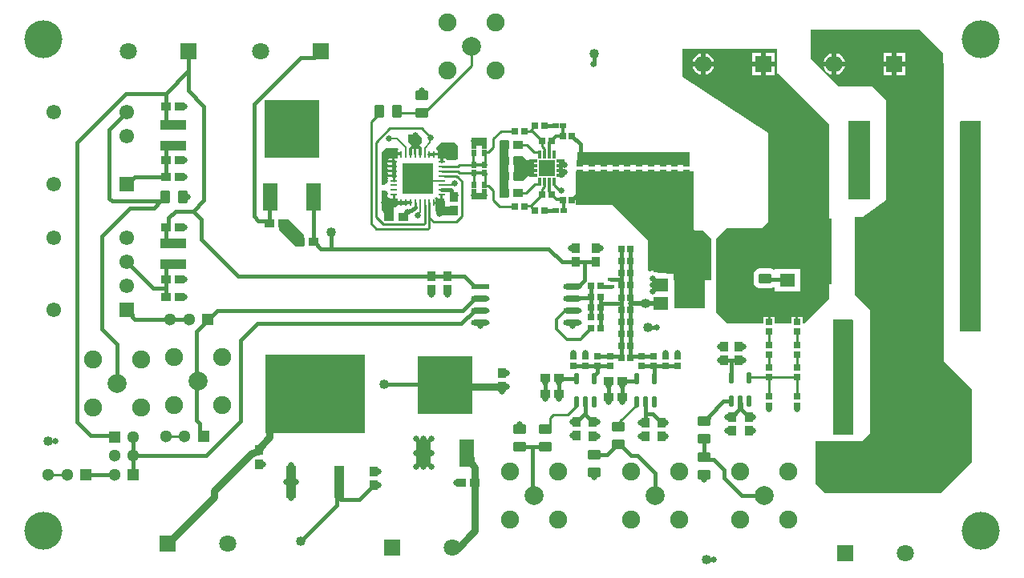
<source format=gbr>
%TF.GenerationSoftware,Altium Limited,Altium Designer,22.0.2 (36)*%
G04 Layer_Physical_Order=1*
G04 Layer_Color=255*
%FSLAX45Y45*%
%MOMM*%
%TF.SameCoordinates,A85A4143-1F01-4578-B965-72C63468A48A*%
%TF.FilePolarity,Positive*%
%TF.FileFunction,Copper,L1,Top,Signal*%
%TF.Part,Single*%
G01*
G75*
%TA.AperFunction,SMDPad,CuDef*%
%ADD10R,1.01600X3.50520*%
%ADD11R,10.49000X8.38000*%
%ADD12R,0.95822X1.00650*%
%ADD13R,1.00650X0.95822*%
%ADD14R,0.57247X0.66535*%
%ADD15R,1.80315X3.60415*%
%ADD16O,0.80000X0.20000*%
%ADD17R,1.60000X3.00000*%
%ADD18R,5.80000X6.20000*%
G04:AMPARAMS|DCode=19|XSize=0.86mm|YSize=0.26mm|CornerRadius=0.0325mm|HoleSize=0mm|Usage=FLASHONLY|Rotation=270.000|XOffset=0mm|YOffset=0mm|HoleType=Round|Shape=RoundedRectangle|*
%AMROUNDEDRECTD19*
21,1,0.86000,0.19500,0,0,270.0*
21,1,0.79500,0.26000,0,0,270.0*
1,1,0.06500,-0.09750,-0.39750*
1,1,0.06500,-0.09750,0.39750*
1,1,0.06500,0.09750,0.39750*
1,1,0.06500,0.09750,-0.39750*
%
%ADD19ROUNDEDRECTD19*%
%ADD20R,0.65000X0.65000*%
G04:AMPARAMS|DCode=21|XSize=0.86mm|YSize=0.26mm|CornerRadius=0.0325mm|HoleSize=0mm|Usage=FLASHONLY|Rotation=0.000|XOffset=0mm|YOffset=0mm|HoleType=Round|Shape=RoundedRectangle|*
%AMROUNDEDRECTD21*
21,1,0.86000,0.19500,0,0,0.0*
21,1,0.79500,0.26000,0,0,0.0*
1,1,0.06500,0.39750,-0.09750*
1,1,0.06500,-0.39750,-0.09750*
1,1,0.06500,-0.39750,0.09750*
1,1,0.06500,0.39750,0.09750*
%
%ADD21ROUNDEDRECTD21*%
%ADD22O,0.20000X0.80000*%
%ADD23R,1.65000X1.35000*%
%ADD24R,3.20000X7.00000*%
G04:AMPARAMS|DCode=25|XSize=1mm|YSize=1.42mm|CornerRadius=0.125mm|HoleSize=0mm|Usage=FLASHONLY|Rotation=90.000|XOffset=0mm|YOffset=0mm|HoleType=Round|Shape=RoundedRectangle|*
%AMROUNDEDRECTD25*
21,1,1.00000,1.17000,0,0,90.0*
21,1,0.75000,1.42000,0,0,90.0*
1,1,0.25000,0.58500,0.37500*
1,1,0.25000,0.58500,-0.37500*
1,1,0.25000,-0.58500,-0.37500*
1,1,0.25000,-0.58500,0.37500*
%
%ADD25ROUNDEDRECTD25*%
%ADD26R,0.65000X0.65000*%
G04:AMPARAMS|DCode=27|XSize=1.21mm|YSize=0.59mm|CornerRadius=0.1475mm|HoleSize=0mm|Usage=FLASHONLY|Rotation=90.000|XOffset=0mm|YOffset=0mm|HoleType=Round|Shape=RoundedRectangle|*
%AMROUNDEDRECTD27*
21,1,1.21000,0.29500,0,0,90.0*
21,1,0.91500,0.59000,0,0,90.0*
1,1,0.29500,0.14750,0.45750*
1,1,0.29500,0.14750,-0.45750*
1,1,0.29500,-0.14750,-0.45750*
1,1,0.29500,-0.14750,0.45750*
%
%ADD27ROUNDEDRECTD27*%
%ADD28R,2.70000X1.00000*%
G04:AMPARAMS|DCode=29|XSize=1mm|YSize=1.42mm|CornerRadius=0.125mm|HoleSize=0mm|Usage=FLASHONLY|Rotation=0.000|XOffset=0mm|YOffset=0mm|HoleType=Round|Shape=RoundedRectangle|*
%AMROUNDEDRECTD29*
21,1,1.00000,1.17000,0,0,0.0*
21,1,0.75000,1.42000,0,0,0.0*
1,1,0.25000,0.37500,-0.58500*
1,1,0.25000,-0.37500,-0.58500*
1,1,0.25000,-0.37500,0.58500*
1,1,0.25000,0.37500,0.58500*
%
%ADD29ROUNDEDRECTD29*%
%ADD30R,3.30000X3.30000*%
%ADD31R,1.68000X1.68000*%
%ADD32R,0.66535X0.57247*%
%ADD33C,1.01600*%
%ADD34R,1.95506X0.62213*%
G04:AMPARAMS|DCode=35|XSize=1.95506mm|YSize=0.62213mm|CornerRadius=0.31107mm|HoleSize=0mm|Usage=FLASHONLY|Rotation=0.000|XOffset=0mm|YOffset=0mm|HoleType=Round|Shape=RoundedRectangle|*
%AMROUNDEDRECTD35*
21,1,1.95506,0.00000,0,0,0.0*
21,1,1.33293,0.62213,0,0,0.0*
1,1,0.62213,0.66646,0.00000*
1,1,0.62213,-0.66646,0.00000*
1,1,0.62213,-0.66646,0.00000*
1,1,0.62213,0.66646,0.00000*
%
%ADD35ROUNDEDRECTD35*%
%ADD36R,0.71120X0.39370*%
%TA.AperFunction,Conductor*%
%ADD37C,0.80000*%
%ADD38C,0.45720*%
%ADD39C,0.25400*%
%ADD40C,0.20320*%
%ADD41C,0.38100*%
%ADD42C,0.30480*%
%ADD43C,0.50800*%
%ADD44C,0.33020*%
%TA.AperFunction,ComponentPad*%
%ADD45C,0.65000*%
%ADD46C,1.90500*%
%ADD47C,2.00660*%
%ADD48R,1.30000X1.30000*%
%ADD49C,1.30000*%
%ADD50R,1.80000X1.80000*%
%ADD51C,1.80000*%
%ADD52R,1.80000X1.80000*%
%ADD53C,0.70000*%
%TA.AperFunction,ViaPad*%
%ADD54C,4.00000*%
%TA.AperFunction,ComponentPad*%
%ADD55C,1.55000*%
%ADD56R,1.55000X1.55000*%
%ADD57R,1.30000X1.30000*%
%TA.AperFunction,ViaPad*%
%ADD58C,0.65000*%
G36*
X3997056Y4163380D02*
Y4110590D01*
X3984310Y4097843D01*
X3970836Y4077679D01*
X3970051Y4073733D01*
X3966105Y4053894D01*
Y4050604D01*
X3961747Y4049737D01*
X3950561Y4042262D01*
X3939374Y4049737D01*
X3938262Y4049958D01*
Y3986391D01*
X3912862D01*
Y4049958D01*
X3911750Y4049737D01*
X3900561Y4042261D01*
X3889372Y4049737D01*
X3887716Y4050066D01*
Y4056871D01*
X3887716Y4056871D01*
X3887716Y4056872D01*
X3885834Y4066335D01*
X3882985Y4080656D01*
X3882984Y4080657D01*
Y4080658D01*
X3874834Y4092855D01*
X3869512Y4100820D01*
X3869511Y4100821D01*
X3869511Y4100822D01*
X3853478Y4116854D01*
Y4194675D01*
X3965761D01*
X3997056Y4163380D01*
D02*
G37*
G36*
X3742210Y4051317D02*
X3745936Y4046840D01*
X3749604Y4041263D01*
X3742214Y4030203D01*
X3739466Y4016391D01*
Y3956391D01*
X3740237Y3952514D01*
X3729437Y3941713D01*
X3725560Y3942484D01*
X3708260D01*
Y3906392D01*
X3695560D01*
Y3893692D01*
X3631992D01*
X3632214Y3892579D01*
X3639690Y3881390D01*
X3632214Y3870201D01*
X3631993Y3869089D01*
X3695560D01*
Y3843689D01*
X3631992D01*
X3632214Y3842576D01*
X3639688Y3831390D01*
X3632214Y3820203D01*
X3631993Y3819092D01*
X3695560D01*
Y3793692D01*
X3631992D01*
X3632214Y3792579D01*
X3639690Y3781390D01*
X3632214Y3770201D01*
X3631993Y3769089D01*
X3695560D01*
Y3743689D01*
X3631992D01*
X3632214Y3742576D01*
X3639688Y3731390D01*
X3632214Y3720204D01*
X3629466Y3706391D01*
X3629641Y3705513D01*
X3621726Y3700223D01*
X3608287Y3680112D01*
X3605046Y3663817D01*
X3575122D01*
Y4005461D01*
X3620978Y4051317D01*
X3742210Y4051317D01*
D02*
G37*
G36*
X3608287Y3582668D02*
X3621726Y3562557D01*
X3629641Y3557268D01*
X3629466Y3556389D01*
X3632214Y3542577D01*
X3640038Y3530867D01*
X3651748Y3523043D01*
X3665560Y3520296D01*
X3725560D01*
X3729437Y3521067D01*
X3740237Y3510267D01*
X3739466Y3506389D01*
Y3489089D01*
X3775560D01*
Y3463689D01*
X3739466D01*
Y3446389D01*
X3740016Y3443628D01*
X3736478Y3439318D01*
X3719856Y3422695D01*
X3695842D01*
Y3307797D01*
X3614611D01*
X3601470Y3320938D01*
Y3371895D01*
X3575122Y3398244D01*
Y3601327D01*
X3604576D01*
X3608287Y3582668D01*
D02*
G37*
G36*
X2753723Y3138371D02*
Y3012089D01*
X2659351D01*
X2486037Y3185403D01*
Y3300413D01*
X2580409D01*
X2753723Y3138371D01*
D02*
G37*
G36*
X4161749Y3523043D02*
X4175561Y3520296D01*
X4235561D01*
X4235562Y3520295D01*
Y3493817D01*
X4235721D01*
X4237267Y3492271D01*
Y3435192D01*
X4355821D01*
Y3357618D01*
X4339024Y3340820D01*
X4173478D01*
X4145908Y3368390D01*
X4140303Y3398336D01*
Y3476389D01*
X4137550Y3490229D01*
Y3506389D01*
X4134531Y3521570D01*
X4138223Y3525692D01*
X4150040Y3530867D01*
X4161749Y3523043D01*
D02*
G37*
G36*
X4685256Y3572152D02*
Y3505214D01*
X4517284D01*
Y3579992D01*
X4677416D01*
X4685256Y3572152D01*
D02*
G37*
G36*
X4371910Y4081317D02*
X4380977Y4073817D01*
Y3942578D01*
X4366931Y3928532D01*
X4354483Y3920214D01*
X4268900D01*
X4261083Y3931913D01*
X4249374Y3939737D01*
X4235561Y3942484D01*
X4175561D01*
X4171684Y3941713D01*
X4160884Y3952514D01*
X4161655Y3956391D01*
Y3973691D01*
X4125561D01*
Y3999091D01*
X4161655D01*
Y4016391D01*
X4158907Y4030203D01*
X4151083Y4041913D01*
X4150708Y4042163D01*
X4149463Y4054802D01*
X4206910Y4112249D01*
X4340978D01*
X4371910Y4081317D01*
D02*
G37*
G36*
X4685657Y4152014D02*
X4685256Y4150000D01*
Y4087346D01*
X4677416Y4079505D01*
X4517284D01*
Y4157714D01*
X4685657D01*
Y4152014D01*
D02*
G37*
G36*
X6824485Y4009148D02*
Y3870802D01*
X5635149D01*
Y4009606D01*
X6824027D01*
X6824485Y4009148D01*
D02*
G37*
G36*
X5060538Y3965410D02*
X5060538Y3965410D01*
X5100687Y3926166D01*
X5171451Y3926166D01*
X5181404Y3914264D01*
Y3756799D01*
X5180539Y3755504D01*
X5179485Y3750203D01*
X5111196D01*
X5061313Y3701679D01*
X4966942Y3701679D01*
Y3818030D01*
Y3965410D01*
X5060538Y3965410D01*
D02*
G37*
G36*
X4909863Y3988547D02*
Y3818030D01*
Y3650879D01*
Y3529177D01*
X4815491D01*
Y3650483D01*
Y3701679D01*
Y3752875D01*
Y4039347D01*
Y4123929D01*
X4826731Y4135169D01*
X4909863D01*
Y3988547D01*
D02*
G37*
G36*
X8727607Y3509289D02*
X8500000D01*
Y4335210D01*
X8727607D01*
Y3509289D01*
D02*
G37*
G36*
X6862800Y3194059D02*
X6882909Y3173950D01*
X6965050D01*
X7053605Y3085395D01*
Y2665605D01*
X7041900Y2653900D01*
X6656100D01*
X6650701Y2659299D01*
Y2723000D01*
X6587000D01*
X6580000Y2730000D01*
X6494905D01*
X6486048Y2738857D01*
X6467053Y2749824D01*
X6445867Y2755500D01*
X6423934D01*
X6402748Y2749824D01*
X6396764Y2746369D01*
X6381500Y2759641D01*
Y3073000D01*
X6004501Y3449999D01*
X5625000D01*
Y3804202D01*
X6862800D01*
Y3194059D01*
D02*
G37*
G36*
X7750000Y4850000D02*
X8300000Y4300000D01*
Y2461700D01*
X8035000Y2196700D01*
X8014201D01*
Y2266502D01*
X7969001D01*
Y2208602D01*
X7943601D01*
Y2266502D01*
X7898401D01*
Y2196700D01*
X7722101D01*
Y2266502D01*
X7676901D01*
Y2208602D01*
X7651501D01*
Y2266502D01*
X7606301D01*
Y2196700D01*
X7219700D01*
X7105400Y2311000D01*
Y3090000D01*
X7215400Y3200000D01*
X7590000D01*
X7650000Y3260000D01*
X7650000Y4210823D01*
X6750000Y4801019D01*
Y5100000D01*
X7750000D01*
Y4850000D01*
D02*
G37*
G36*
X9900000Y2112790D02*
X9677128D01*
X9673124Y4326219D01*
X9682096Y4335207D01*
X9900000D01*
Y2112790D01*
D02*
G37*
G36*
X8550156Y2228727D02*
X8550084Y1019210D01*
X8340000D01*
Y2237707D01*
X8541176D01*
X8550156Y2228727D01*
D02*
G37*
G36*
X9500000Y5050000D02*
X9505700Y4850000D01*
Y1794300D01*
X9800000Y1500000D01*
Y730000D01*
X9470000Y400000D01*
X8752419D01*
X8751277Y401208D01*
X8250133Y399866D01*
X8150000Y500000D01*
Y950000D01*
X8649999D01*
X8732500Y1032499D01*
Y2335002D01*
X8567500Y2502500D01*
Y3321936D01*
X8567544Y3321979D01*
X8650000D01*
X8900000Y3500000D01*
Y4550000D01*
X8750000Y4700000D01*
X8400000D01*
X8100000Y5000000D01*
Y5300000D01*
X9250000D01*
X9500000Y5050000D01*
D02*
G37*
%LPC*%
G36*
X3682860Y3942484D02*
X3665560D01*
X3651748Y3939737D01*
X3640038Y3931913D01*
X3632214Y3920203D01*
X3631993Y3919092D01*
X3682860D01*
Y3942484D01*
D02*
G37*
G36*
X7718776Y5054643D02*
X7628376D01*
Y4964244D01*
X7718776D01*
Y5054643D01*
D02*
G37*
G36*
X6993376Y5052015D02*
Y4964244D01*
X7081148D01*
X7075912Y4983786D01*
X7060719Y5010100D01*
X7039234Y5031586D01*
X7012919Y5046779D01*
X6993376Y5052015D01*
D02*
G37*
G36*
X6943377D02*
X6923834Y5046779D01*
X6897519Y5031586D01*
X6876034Y5010100D01*
X6860841Y4983786D01*
X6855605Y4964244D01*
X6943377D01*
Y5052015D01*
D02*
G37*
G36*
X7578377Y5054643D02*
X7487977D01*
Y4964244D01*
X7578377D01*
Y5054643D01*
D02*
G37*
G36*
X7081149Y4914244D02*
X6993376D01*
Y4826471D01*
X7012919Y4831708D01*
X7039234Y4846901D01*
X7060719Y4868386D01*
X7075912Y4894701D01*
X7081149Y4914244D01*
D02*
G37*
G36*
X6943377D02*
X6855604D01*
X6860841Y4894701D01*
X6876034Y4868386D01*
X6897519Y4846901D01*
X6923834Y4831708D01*
X6943377Y4826471D01*
Y4914244D01*
D02*
G37*
G36*
X7718776D02*
X7628376D01*
Y4823844D01*
X7718776D01*
Y4914244D01*
D02*
G37*
G36*
X7578377D02*
X7487977D01*
Y4823844D01*
X7578377D01*
Y4914244D01*
D02*
G37*
G36*
X7678500Y2776041D02*
X7561499D01*
X7536801Y2771129D01*
X7515863Y2757138D01*
X7501872Y2736200D01*
X7496960Y2711502D01*
Y2636501D01*
X7501872Y2611803D01*
X7515863Y2590865D01*
X7536801Y2576874D01*
X7561499Y2571962D01*
X7678500D01*
X7703198Y2576874D01*
X7710500Y2581753D01*
X7721700Y2575767D01*
Y2536702D01*
X7988300D01*
Y2773302D01*
X7721700D01*
Y2772237D01*
X7710500Y2766250D01*
X7703198Y2771129D01*
X7678500Y2776041D01*
D02*
G37*
G36*
X9101273Y5054643D02*
X9010872D01*
Y4964243D01*
X9101273D01*
Y5054643D01*
D02*
G37*
G36*
X8375872Y5052016D02*
Y4964243D01*
X8463645D01*
X8458409Y4983786D01*
X8443216Y5010100D01*
X8421730Y5031586D01*
X8395416Y5046779D01*
X8375872Y5052016D01*
D02*
G37*
G36*
X8325872Y5052015D02*
X8306330Y5046779D01*
X8280016Y5031586D01*
X8258530Y5010100D01*
X8243338Y4983786D01*
X8238101Y4964243D01*
X8325872D01*
Y5052015D01*
D02*
G37*
G36*
X8960872Y5054643D02*
X8870473D01*
Y4964243D01*
X8960872D01*
Y5054643D01*
D02*
G37*
G36*
X8325872Y4914243D02*
X8238101D01*
X8243338Y4894701D01*
X8258530Y4868386D01*
X8280016Y4846901D01*
X8306330Y4831708D01*
X8325872Y4826472D01*
Y4914243D01*
D02*
G37*
G36*
X8463645D02*
X8375872D01*
Y4826471D01*
X8395416Y4831708D01*
X8421730Y4846901D01*
X8443216Y4868386D01*
X8458409Y4894701D01*
X8463645Y4914243D01*
D02*
G37*
G36*
X9101273D02*
X9010872D01*
Y4823844D01*
X9101273D01*
Y4914243D01*
D02*
G37*
G36*
X8960872D02*
X8870473D01*
Y4823844D01*
X8960872D01*
Y4914243D01*
D02*
G37*
%LPD*%
D10*
X3128000Y522500D02*
D03*
X2620000D02*
D03*
D11*
X2874000Y1449600D02*
D03*
D12*
X4265000Y2552417D02*
D03*
Y2697588D02*
D03*
X4097502Y2552417D02*
D03*
Y2697588D02*
D03*
X2275001Y855087D02*
D03*
Y709916D02*
D03*
X4335978Y3391146D02*
D03*
Y3536317D02*
D03*
X5632500Y1152826D02*
D03*
Y1007655D02*
D03*
X5802502Y1150327D02*
D03*
Y1005155D02*
D03*
X7189398Y1951788D02*
D03*
Y1806617D02*
D03*
X7341798Y1951788D02*
D03*
Y1806617D02*
D03*
X7448301Y1057317D02*
D03*
Y1202488D02*
D03*
X7270501Y1057317D02*
D03*
Y1202488D02*
D03*
X6525000Y999913D02*
D03*
Y1145084D02*
D03*
X6357503Y999913D02*
D03*
Y1145084D02*
D03*
X4844999Y1525154D02*
D03*
Y1670326D02*
D03*
X3490000Y487869D02*
D03*
Y633040D02*
D03*
X5832500Y2990084D02*
D03*
Y2844913D02*
D03*
X5617499Y2990084D02*
D03*
Y2844913D02*
D03*
D13*
X4865817Y3916741D02*
D03*
X5010988D02*
D03*
X2709677Y3060000D02*
D03*
X2854848D02*
D03*
X2384912Y3252502D02*
D03*
X2530083D02*
D03*
X6110086Y1417499D02*
D03*
X5964915D02*
D03*
X6112499Y1585002D02*
D03*
X5967328D02*
D03*
X5445302Y1617499D02*
D03*
X5300131D02*
D03*
X5445084Y1450001D02*
D03*
X5299913D02*
D03*
X4412416Y507498D02*
D03*
X4557588D02*
D03*
X1437584Y2474998D02*
D03*
X1292412D02*
D03*
X1437584Y2662500D02*
D03*
X1292412D02*
D03*
Y3210002D02*
D03*
X1437584D02*
D03*
Y3747502D02*
D03*
X1292412D02*
D03*
X1437584Y3922498D02*
D03*
X1292412D02*
D03*
X1437584Y4492499D02*
D03*
X1292412D02*
D03*
X3651796Y3323984D02*
D03*
X3796967D02*
D03*
X4865817Y4087258D02*
D03*
X5010988D02*
D03*
Y3577088D02*
D03*
X4865817D02*
D03*
Y3749590D02*
D03*
X5010988D02*
D03*
D14*
X4545908Y3583348D02*
D03*
Y3664059D02*
D03*
X4657033Y3995438D02*
D03*
Y4076149D02*
D03*
Y3583348D02*
D03*
Y3664059D02*
D03*
X4545908Y3871095D02*
D03*
Y3790379D02*
D03*
X4657033Y3871095D02*
D03*
Y3790379D02*
D03*
X4545908Y4076149D02*
D03*
Y3995438D02*
D03*
D15*
X8459952Y1617501D02*
D03*
X8459999Y2057500D02*
D03*
X8870099D02*
D03*
X9355405Y3689500D02*
D03*
X9765505D02*
D03*
X8870055Y1199418D02*
D03*
X8459952D02*
D03*
X9355404Y2292998D02*
D03*
X9765503D02*
D03*
X9355405Y2758500D02*
D03*
X9765505D02*
D03*
X9355405Y3224000D02*
D03*
X9765505D02*
D03*
X9047552Y3689497D02*
D03*
X8637454D02*
D03*
X9047552Y4155002D02*
D03*
X8637449D02*
D03*
X9355405Y4155000D02*
D03*
X9765505D02*
D03*
X8870050Y1617501D02*
D03*
D16*
X4205561Y3806391D02*
D03*
Y3856389D02*
D03*
X3695560Y3556389D02*
D03*
Y3906391D02*
D03*
Y3856389D02*
D03*
Y3806391D02*
D03*
Y3756389D02*
D03*
Y3706391D02*
D03*
Y3656389D02*
D03*
Y3606392D02*
D03*
X4205561Y3556389D02*
D03*
Y3606392D02*
D03*
Y3656389D02*
D03*
Y3706391D02*
D03*
Y3756389D02*
D03*
Y3906391D02*
D03*
D17*
X2852501Y3537500D02*
D03*
X2396500D02*
D03*
X4473000Y827000D02*
D03*
X4016999D02*
D03*
D18*
X2624500Y4255502D02*
D03*
X4245000Y1545002D02*
D03*
D19*
X5291206Y3694665D02*
D03*
X5391205D02*
D03*
X5341203D02*
D03*
X5241203D02*
D03*
X5291206Y3981670D02*
D03*
X5341203D02*
D03*
X5391205D02*
D03*
X5241203D02*
D03*
D20*
X4975905Y3435168D02*
D03*
X5267106Y3558668D02*
D03*
X5075905Y4230000D02*
D03*
X4975905D02*
D03*
X5482203Y4174999D02*
D03*
X5582203D02*
D03*
X5289707Y4285002D02*
D03*
X5189707D02*
D03*
X5367106Y3558668D02*
D03*
X5075905Y3435168D02*
D03*
X5287208Y3392501D02*
D03*
X5187203D02*
D03*
X5482203Y3499999D02*
D03*
X5582203D02*
D03*
X6100201Y2982398D02*
D03*
X6200200D02*
D03*
X6100201Y1830904D02*
D03*
X6200200D02*
D03*
X5884600Y2260200D02*
D03*
X5784601D02*
D03*
X5884600Y2361800D02*
D03*
X5784601D02*
D03*
X6200200Y2214734D02*
D03*
X6100201D02*
D03*
X6200200Y2342679D02*
D03*
X6100201D02*
D03*
X6200200Y2598569D02*
D03*
X6100201D02*
D03*
X6200200Y2470624D02*
D03*
X6100201D02*
D03*
X6200200Y2854458D02*
D03*
X6100201D02*
D03*
X6200200Y2726513D02*
D03*
X6100201D02*
D03*
X6200200Y2086789D02*
D03*
X6100201D02*
D03*
X6200200Y1958849D02*
D03*
X6100201D02*
D03*
X5884600Y2476100D02*
D03*
X5784601D02*
D03*
X5885398Y2145900D02*
D03*
X5785398D02*
D03*
X5885398Y2590400D02*
D03*
X5785398D02*
D03*
X5366207Y4130168D02*
D03*
X5266207D02*
D03*
D21*
X5172704Y3813166D02*
D03*
X5459704Y3913166D02*
D03*
Y3863169D02*
D03*
Y3813166D02*
D03*
Y3763169D02*
D03*
X5172704D02*
D03*
Y3913166D02*
D03*
Y3863169D02*
D03*
D22*
X3775560Y3476389D02*
D03*
X3825562D02*
D03*
X3875559D02*
D03*
X4125561Y3986391D02*
D03*
X4075559D02*
D03*
X4025562D02*
D03*
X3975559D02*
D03*
X3925562D02*
D03*
X3875559D02*
D03*
X3825562D02*
D03*
X3775560D02*
D03*
X3925562Y3476389D02*
D03*
X3975559D02*
D03*
X4025562D02*
D03*
X4075559D02*
D03*
X4125561D02*
D03*
D23*
X7312400Y3004699D02*
D03*
Y2404701D02*
D03*
X6517401D02*
D03*
Y3004699D02*
D03*
X7312400Y2804700D02*
D03*
Y2604700D02*
D03*
X6517401Y2804700D02*
D03*
Y2604700D02*
D03*
X8650000Y3255001D02*
D03*
Y2655002D02*
D03*
X7855000D02*
D03*
Y3255001D02*
D03*
X8650000Y3055002D02*
D03*
Y2855002D02*
D03*
X7855000Y3055002D02*
D03*
Y2855002D02*
D03*
D24*
X6823903Y2704700D02*
D03*
X8161502Y2955002D02*
D03*
D25*
X5027498Y1076001D02*
D03*
Y889001D02*
D03*
X5302498D02*
D03*
Y1076001D02*
D03*
X5814999Y805999D02*
D03*
Y618999D02*
D03*
X6070000Y1101000D02*
D03*
Y914000D02*
D03*
X6980001Y595001D02*
D03*
Y782001D02*
D03*
Y978999D02*
D03*
Y1165998D02*
D03*
X7619999Y2674002D02*
D03*
Y2861001D02*
D03*
X3995976Y4420319D02*
D03*
Y4607319D02*
D03*
D26*
X6314998Y1850000D02*
D03*
Y1750000D02*
D03*
X6442501Y1850000D02*
D03*
Y1750000D02*
D03*
X6569999D02*
D03*
Y1850000D02*
D03*
X6697502Y1750000D02*
D03*
Y1850000D02*
D03*
X7956301Y2108598D02*
D03*
Y2208602D02*
D03*
Y1867298D02*
D03*
Y1967302D02*
D03*
X7664201Y1867298D02*
D03*
Y1967302D02*
D03*
Y1625998D02*
D03*
Y1726002D02*
D03*
X7956301Y1625998D02*
D03*
Y1726002D02*
D03*
Y1321198D02*
D03*
Y1421202D02*
D03*
X7664201D02*
D03*
Y1321203D02*
D03*
X5982502Y1750000D02*
D03*
Y1850000D02*
D03*
X5852500D02*
D03*
Y1750000D02*
D03*
X5722503D02*
D03*
Y1850000D02*
D03*
X5592500Y1750000D02*
D03*
Y1850000D02*
D03*
X6542130Y3887502D02*
D03*
Y3787502D02*
D03*
X6042426Y3887502D02*
D03*
Y3787502D02*
D03*
X5792576Y3887502D02*
D03*
Y3787502D02*
D03*
X6292281Y3887502D02*
D03*
Y3787502D02*
D03*
X6417208Y3887502D02*
D03*
Y3787502D02*
D03*
X6667058Y3887502D02*
D03*
Y3787502D02*
D03*
X6791985D02*
D03*
Y3887502D02*
D03*
X5667649D02*
D03*
Y3787502D02*
D03*
X6167353D02*
D03*
Y3887502D02*
D03*
X5917498Y3787502D02*
D03*
Y3887502D02*
D03*
X7664201Y2108598D02*
D03*
Y2208602D02*
D03*
D27*
X7264399Y1372699D02*
D03*
X7359401D02*
D03*
X7454402D02*
D03*
Y1623701D02*
D03*
X7264399D02*
D03*
X6262502Y1615502D02*
D03*
X6452499D02*
D03*
Y1364499D02*
D03*
X6357503D02*
D03*
X6262502D02*
D03*
X5627502Y1615502D02*
D03*
X5817499D02*
D03*
Y1364499D02*
D03*
X5722503D02*
D03*
X5627502D02*
D03*
D28*
X1369588Y3044999D02*
D03*
Y2824999D02*
D03*
Y4292500D02*
D03*
Y4072500D02*
D03*
D29*
X1286499Y3537500D02*
D03*
X1473499D02*
D03*
X3547478Y4436316D02*
D03*
X3734478D02*
D03*
D30*
X3950561Y3731390D02*
D03*
D31*
X5316204Y3838165D02*
D03*
D32*
X5406852Y4287501D02*
D03*
X5487563D02*
D03*
X5413639Y3390002D02*
D03*
X5494350D02*
D03*
D33*
X5815000Y5045000D02*
D03*
X6382501Y2157498D02*
D03*
X6357823Y2406651D02*
D03*
X2719999Y-110001D02*
D03*
X3600002Y1552500D02*
D03*
X6214998Y3424998D02*
D03*
X7004598Y-299998D02*
D03*
X50800Y947500D02*
D03*
X3039998Y3160000D02*
D03*
D34*
X4617684Y2586199D02*
D03*
D35*
Y2459199D02*
D03*
Y2332199D02*
D03*
Y2205199D02*
D03*
X5583798D02*
D03*
Y2332199D02*
D03*
Y2459199D02*
D03*
Y2586199D02*
D03*
D36*
X5992500Y2657425D02*
D03*
Y2587575D02*
D03*
D37*
X2768499Y1449600D02*
X2849600D01*
X2282912Y862998D02*
Y882912D01*
X2389499Y1070600D02*
X2768499Y1449600D01*
X2282912Y882912D02*
X2389499Y989499D01*
X2275001Y855087D02*
X2282912Y862998D01*
X2389499Y989499D02*
Y1070600D01*
X2244428Y844762D02*
X2267090D01*
X2202105Y820561D02*
X2220227D01*
X1805975Y424431D02*
X2202105Y820561D01*
X1805975Y360976D02*
Y424431D01*
X2220227Y820561D02*
X2244428Y844762D01*
X2275001Y852673D02*
Y855087D01*
X2267090Y844762D02*
X2275001Y852673D01*
X1314998Y-130001D02*
X1805975Y360976D01*
X4557588Y88D02*
Y507498D01*
X4367499Y-190001D02*
X4557588Y88D01*
Y507498D02*
Y672415D01*
X4527600Y702398D02*
X4557588Y672415D01*
X4264847Y1525154D02*
X4844999D01*
D38*
X2849600Y1449600D02*
X2850000Y1450000D01*
X2929762Y2987498D02*
X3039998D01*
X5337500D01*
X3039998Y2989998D02*
Y3160000D01*
X3037499Y2987498D02*
X3039998Y2989998D01*
X4617684Y2174092D02*
Y2205199D01*
X4097502Y2502092D02*
Y2552417D01*
X4265000Y2502092D02*
Y2550156D01*
X7141487Y1806617D02*
X7265598D01*
X7389709D01*
X5837585Y2984999D02*
X5842670Y2990084D01*
X5880411D01*
X5569588D02*
X5617326D01*
X5617413Y2989998D01*
X5027498Y1076001D02*
Y1126001D01*
X6980001Y545001D02*
Y595001D01*
X1437584Y2474998D02*
X1487909D01*
X1437584Y2662500D02*
X1487909D01*
X1437584Y3210002D02*
X1487909D01*
X1437584Y4492499D02*
X1487909D01*
X1473499Y3537500D02*
X1523499D01*
X1437584Y3747502D02*
X1487909D01*
X1437584Y3922498D02*
X1487909D01*
X2275001Y709916D02*
X2322912D01*
X2619999Y347240D02*
Y522500D01*
X3492413Y487869D02*
X3537911D01*
X3490000Y485456D02*
X3492413Y487869D01*
X4362091Y507498D02*
X4412416D01*
X4844999Y1474829D02*
Y1525154D01*
X4892910D01*
X4844999Y1670326D02*
X4892910D01*
X5299913Y1402090D02*
Y1617285D01*
X5445084Y1402090D02*
Y1617285D01*
X6110086Y1369588D02*
Y1582584D01*
X5964915Y1369588D02*
Y1582584D01*
X5802502Y1150327D02*
X5850413D01*
X5584589Y1152826D02*
X5632500D01*
X5584589Y1007655D02*
X5632500D01*
X5802502Y1005155D02*
X5850413D01*
X7448489Y1057500D02*
X7448671Y1057317D01*
X7496212D01*
X7448301Y1202488D02*
X7496212D01*
X7222590D02*
X7270501D01*
X7222590Y1057317D02*
X7270501D01*
X6309592Y1145084D02*
X6357503D01*
X6309592Y999913D02*
X6357503D01*
X6525000D02*
X6572911D01*
X6525000Y1145084D02*
X6572911D01*
X5592500Y1850000D02*
Y1882500D01*
X5722503Y1850000D02*
Y1882500D01*
X2659351Y3060000D02*
X2709677D01*
X2854848D02*
Y3535153D01*
X2857261Y3060000D02*
X2929762Y2987498D01*
X2384912Y3252502D02*
Y3525912D01*
X2271730Y3277551D02*
X2359863D01*
X2384912Y3252502D01*
X2222499Y3326782D02*
X2271730Y3277551D01*
X2222499Y3326782D02*
Y4514567D01*
X5917829Y3887832D02*
Y3964652D01*
X5792901Y3887832D02*
Y3964652D01*
X5667979Y3887832D02*
Y3958728D01*
X5469984Y3913166D02*
X5499015Y3884135D01*
X5459704Y3863169D02*
Y3913166D01*
Y3813166D02*
Y3863169D01*
X5469984Y3763169D02*
X5495765Y3788950D01*
X5459704Y3763169D02*
Y3813166D01*
X5499015Y3876607D02*
Y3884135D01*
Y3876607D02*
X5502704Y3872919D01*
X5459704Y3913166D02*
X5469984D01*
X5495765Y3796477D02*
X5499454Y3800166D01*
X5459704Y3763169D02*
X5469984D01*
X5495765Y3788950D02*
Y3796477D01*
X8392701Y1947500D02*
X8459999Y2014798D01*
Y2057500D01*
X8442498Y2075000D02*
X8459999Y2057500D01*
X2057412Y2697588D02*
X4097502D01*
X1667500Y3087500D02*
X2057412Y2697588D01*
X1667500Y3087500D02*
Y3299831D01*
X1582333Y3384998D02*
X1667500Y3299831D01*
X1392499Y3384998D02*
X1582333D01*
X8459952Y1617501D02*
Y1660202D01*
X8392654Y1727500D02*
X8459952Y1660202D01*
X8402451Y1560000D02*
X8459952Y1617501D01*
X5617499Y2844913D02*
X5725002D01*
X5714999Y2655216D02*
Y2834916D01*
X5645983Y2586199D02*
X5714999Y2655216D01*
Y2834916D02*
X5725002Y2844913D01*
X5583798Y2586199D02*
X5645983D01*
X5725002Y2844913D02*
X5832500D01*
X1534998Y4870263D02*
Y5075003D01*
X2222499Y4514567D02*
X2715793Y5007860D01*
X2862859D01*
X2930001Y5075003D01*
X5811378Y4935765D02*
X5813189Y4937576D01*
Y5043189D02*
X5815000Y5045000D01*
X5813189Y4937576D02*
Y5043189D01*
X6383751Y2156248D02*
X6473753D01*
X1259362Y3489362D02*
Y3510357D01*
X5027498Y889001D02*
X5027503D01*
X5164998D01*
X5998550Y2406651D02*
X6100201D01*
X5896899D02*
X5998550D01*
X7352761Y1366059D02*
X7366040Y1352780D01*
X5615000Y1615502D02*
X5627502Y1603000D01*
X6118001Y1590498D02*
X6262502D01*
X1319555Y4292500D02*
X1382501D01*
X4099763Y2695327D02*
X4441916D01*
X3100059Y270059D02*
Y494560D01*
X2719999Y-110001D02*
X3100059Y270059D01*
X3490000Y485456D02*
Y487869D01*
X7077100Y-302497D02*
X7079599Y-299998D01*
X7005573Y-300973D02*
X7075571D01*
X7004598Y-299998D02*
X7005573Y-300973D01*
X7075571D02*
X7077100Y-302497D01*
X7845501Y2664502D02*
X7855000Y2655002D01*
X7629499Y2664502D02*
X7845501D01*
X7619999Y2674002D02*
X7629499Y2664502D01*
X4245000Y1545002D02*
X4264847Y1525154D01*
X4237502Y1552500D02*
X4245000Y1545002D01*
X3600002Y1552500D02*
X4237502D01*
X3100059Y494560D02*
X3127999Y522500D01*
X3110001Y358659D02*
X3136783Y331878D01*
X3336422D01*
X3490000Y485456D01*
X3695560Y3756389D02*
Y3806391D01*
Y3856389D01*
Y3906391D01*
X3775560Y3476389D02*
X3825562D01*
X3772989Y3473819D02*
X3775560Y3476389D01*
X3722342Y3473819D02*
X3772989D01*
X3695560Y3500601D02*
X3722342Y3473819D01*
X5290957Y4286251D02*
X5405597D01*
X5289707Y4285002D02*
X5290957Y4286251D01*
X5405597D02*
X5406852Y4287501D01*
X6791985Y3887502D02*
X6792315Y3887832D01*
Y3958073D01*
X6792645Y3958398D01*
X6502399Y2404701D02*
X6517401D01*
X6442501Y1750000D02*
X6569999D01*
X5722503D02*
X5852500D01*
X6200200Y1830904D02*
Y1958849D01*
X6515450Y2406651D02*
X6517401Y2404701D01*
X497499Y1012501D02*
X734999D01*
X750001Y997500D01*
X353049Y1156951D02*
X497499Y1012501D01*
X353049Y1156951D02*
Y4112820D01*
X867907Y4627678D01*
X1292412D01*
X617499Y3117501D02*
X914999Y3415001D01*
X1164000D01*
X617499Y2132499D02*
Y3117501D01*
X1164000Y3415001D02*
X1238361Y3489362D01*
X1259362D01*
Y3510357D02*
X1286499Y3537500D01*
X617499Y2132499D02*
X777229Y1972768D01*
Y1562228D02*
Y1972768D01*
X6200200Y1830904D02*
X6219296Y1850000D01*
X6314998D01*
X5982502D02*
X6081105D01*
X6100201Y1830904D01*
X1582333Y3384998D02*
X1697075Y3499740D01*
X882502Y2844502D02*
X1158250Y2568749D01*
X1292412D01*
Y2662500D01*
Y2474998D02*
Y2568749D01*
Y2797862D02*
X1319555Y2824999D01*
X1369588D01*
X1292412Y2662500D02*
Y2797862D01*
Y3072141D02*
X1319555Y3044999D01*
X1292412Y3072141D02*
Y3210002D01*
X1319555Y3044999D02*
X1369588D01*
X1294831Y3210002D02*
X1319880Y3235052D01*
Y3312380D02*
X1392499Y3384998D01*
X1292412Y3210002D02*
X1294831D01*
X1319880Y3235052D02*
Y3312380D01*
X1697075Y3499740D02*
Y4494343D01*
X1534998Y4656421D02*
X1697075Y4494343D01*
X1534998Y4656421D02*
Y4870263D01*
X697499Y3516784D02*
X724280Y3490002D01*
X1259362D01*
X697499Y3516784D02*
Y4243498D01*
X882502Y4428501D01*
X963503Y3747502D02*
X1292412D01*
X882502Y3666501D02*
X963503Y3747502D01*
X1292412D02*
Y3922498D01*
Y4045358D02*
X1319555Y4072500D01*
X1369588D01*
X1292412Y3922498D02*
Y4045358D01*
Y4319642D02*
X1319555Y4292500D01*
X1292412Y4319642D02*
Y4492499D01*
Y4627678D02*
X1534998Y4870263D01*
X1292412Y4492499D02*
Y4627678D01*
X4097502Y2697588D02*
X4099763Y2695327D01*
X4441916D02*
X4551039Y2586199D01*
X4617684D01*
X5477499Y2847499D02*
X5614913D01*
X5617499Y2844913D01*
X5337500Y2987498D02*
X5477499Y2847499D01*
X2854848Y3060000D02*
X2857261D01*
X2852501Y3537500D02*
X2854848Y3535153D01*
X2384912Y3525912D02*
X2396500Y3537500D01*
X5582203Y4174999D02*
X5668304Y4088898D01*
X5582203Y3499999D02*
X5667649Y3585440D01*
X5668304Y3958398D02*
Y4088898D01*
X5288457Y3391252D02*
X5412389D01*
X5287208Y3392501D02*
X5288457Y3391252D01*
X5954582Y805999D02*
X6021862Y873279D01*
X5814999Y805999D02*
X5954582D01*
X6274694Y801950D02*
X6460002Y616647D01*
X6203050Y801950D02*
X6274694D01*
X6091001Y914000D02*
X6203050Y801950D01*
X7373625Y377770D02*
X7612501D01*
X7188321Y563074D02*
X7373625Y377770D01*
X7188321Y563074D02*
Y644044D01*
X7077501Y754859D02*
X7188321Y644044D01*
X7007138Y754859D02*
X7077501D01*
X6980001Y782001D02*
X7007138Y754859D01*
X6980001Y782001D02*
Y978999D01*
X5164998Y889001D02*
X5302498D01*
X5164998Y392502D02*
Y889001D01*
Y392502D02*
X5179730Y377770D01*
X6070000Y914000D02*
X6091001D01*
X6460002Y377770D02*
Y616647D01*
X6021862Y886858D02*
X6048999Y914000D01*
X6021862Y873279D02*
Y886858D01*
X6048999Y914000D02*
X6070000D01*
X6357503Y1242295D02*
Y1339501D01*
Y1145084D02*
Y1242295D01*
X6525000Y1145084D02*
Y1147502D01*
X6430208Y1242295D02*
X6525000Y1147502D01*
X6357503Y1242295D02*
X6430208D01*
X5632500Y1155239D02*
X5710001Y1232739D01*
X5632500Y1152826D02*
Y1155239D01*
X5710001Y1232739D02*
X5722503D01*
X5802502Y1152740D01*
Y1150327D02*
Y1152740D01*
X5722503Y1232739D02*
Y1364499D01*
X7264399Y1805413D02*
X7265598Y1806617D01*
X7264399Y1623701D02*
Y1805413D01*
X7366040Y1287162D02*
Y1352780D01*
X7448301Y1202488D02*
Y1204901D01*
X7366040Y1287162D02*
X7448301Y1204901D01*
X7270501Y1202488D02*
Y1204901D01*
X7352761Y1287162D01*
Y1366059D01*
X5667649Y3887502D02*
X5667979Y3887832D01*
X6417208Y3887502D02*
X6417533Y3887832D01*
X6542130Y3887502D02*
X6542460Y3887832D01*
Y3958073D01*
X6542791Y3958398D01*
X6417533Y3958073D02*
X6417863Y3958398D01*
X6417533Y3887832D02*
Y3958073D01*
X6293251Y3957428D02*
X6294226Y3958398D01*
X6292281Y3887502D02*
X6293251Y3888472D01*
Y3957428D01*
X6168288Y3957464D02*
X6169228Y3958398D01*
X6167353Y3887502D02*
X6168288Y3888436D01*
Y3957464D01*
X6042075Y3887852D02*
X6042426Y3887502D01*
X6042075Y3887852D02*
Y3958048D01*
X6041725Y3958398D02*
X6042075Y3958048D01*
X5917829Y3964652D02*
X5918159Y3964982D01*
X5917498Y3887502D02*
X5917829Y3887832D01*
X5792901Y3964652D02*
X5793231Y3964982D01*
X5792576Y3887502D02*
X5792901Y3887832D01*
X6667388Y3958073D02*
X6667718Y3958398D01*
X6667388Y3887832D02*
Y3958073D01*
X6667058Y3887502D02*
X6667388Y3887832D01*
X6200200Y2854458D02*
Y2982398D01*
X6100201Y2854458D02*
Y2982398D01*
X6980001Y1165998D02*
X7001001D01*
X7028139Y1193141D01*
Y1217738D01*
X7183099Y1372699D01*
X7264399D01*
X5774745Y2466245D02*
X5784601Y2476100D01*
X5590844Y2466245D02*
X5774745D01*
X5583798Y2459199D02*
X5590844Y2466245D01*
X5847501Y1745002D02*
X5852500Y1750000D01*
X5847501Y1676498D02*
Y1745002D01*
X5817499Y1615502D02*
Y1646500D01*
X5847501Y1676498D01*
X6452499Y1615502D02*
Y1739998D01*
X6442501Y1750000D02*
X6452499Y1739998D01*
X5447299Y1615502D02*
X5615000D01*
X5445302Y1617499D02*
X5447299Y1615502D01*
X6314998Y1750000D02*
X6442501D01*
X5592500D02*
X5722503D01*
X5852500D02*
X5982502D01*
X5852500Y1850000D02*
X5982502D01*
X6569999Y1750000D02*
X6697502D01*
X6314998Y1850000D02*
X6442501D01*
X6100201Y2406651D02*
Y2470624D01*
Y2342679D02*
Y2406651D01*
X5884600Y2418950D02*
Y2476100D01*
Y2361800D02*
Y2418950D01*
X5896899Y2406651D01*
X6100201Y2662541D02*
Y2726513D01*
Y2598569D02*
Y2662541D01*
X5992500Y2657425D02*
X6095085D01*
X6100201Y2662541D01*
Y1958849D02*
Y2086789D01*
Y1830904D02*
Y1958849D01*
X6200200Y2406651D02*
Y2470624D01*
Y2342679D02*
Y2406651D01*
X6100201Y2086789D02*
Y2214734D01*
Y2342679D01*
Y2470624D02*
Y2598569D01*
X6090559Y2608205D02*
X6100201Y2598569D01*
X5299913Y1617285D02*
X5300131Y1617499D01*
X5445084Y1617285D02*
X5445302Y1617499D01*
X5964915Y1582584D02*
X5967328Y1585002D01*
X6110086Y1582584D02*
X6112499Y1585002D01*
X6118001Y1590498D01*
X6200200Y1958849D02*
Y2086789D01*
X5884600Y2476100D02*
Y2493601D01*
X5885398Y2494398D01*
X6200200Y2214734D02*
Y2342679D01*
Y2470624D02*
Y2598569D01*
Y2086789D02*
Y2214734D01*
X5884600Y2260200D02*
Y2361800D01*
Y2260200D02*
X5885002Y2259799D01*
X5784601Y2361800D02*
Y2476100D01*
Y2260200D02*
Y2361800D01*
Y2476100D02*
X5785002Y2476501D01*
Y2589999D01*
X5785398Y2590400D01*
X5885002Y2146301D02*
X5885398Y2145900D01*
X5885002Y2146301D02*
Y2259799D01*
X6200200Y2726513D02*
Y2854458D01*
X6100201Y2726513D02*
Y2854458D01*
X6200200Y2598569D02*
Y2726513D01*
D39*
X4750000Y4150000D02*
X4830000Y4230000D01*
X4750000Y4060528D02*
Y4150000D01*
X4699334Y4009862D02*
X4750000Y4060528D01*
X4205561Y3806391D02*
X4377994D01*
X4542558Y3787028D02*
X4545908Y3790379D01*
X4377994Y3806391D02*
X4397356Y3787028D01*
X4542558D01*
X4546653Y3664441D02*
Y3792702D01*
X3515166Y3197333D02*
X4060521D01*
X3459807Y3252692D02*
Y4327645D01*
Y3252692D02*
X3515166Y3197333D01*
X4060521D02*
X4075559Y3212371D01*
Y3315755D01*
X3510378Y3320469D02*
X3587793Y3243053D01*
X4011883D02*
X4026921Y3258091D01*
Y3449089D01*
X3587793Y3243053D02*
X4011883D01*
X3925562Y3426570D02*
Y3476389D01*
X4202020Y3465276D02*
Y3553689D01*
X4174043Y3426584D02*
Y3437300D01*
X4202020Y3465276D01*
X4750000Y3500000D02*
Y3598969D01*
X4664434Y3658158D02*
Y3782205D01*
X3995976Y4420319D02*
X4033276Y4457619D01*
X4520001Y4920000D02*
Y5125000D01*
X4057620Y4457619D02*
X4520001Y4920000D01*
X4033276Y4457619D02*
X4057620D01*
X4395268Y3871095D02*
X4537815D01*
X4206480Y3855470D02*
X4379643D01*
X4205561Y3856389D02*
X4206480Y3855470D01*
X4379643D02*
X4395268Y3871095D01*
X4232861Y3756389D02*
X4357411D01*
X4122497Y3268817D02*
X4358582D01*
X4369141Y3744659D02*
X4373194D01*
X4357411Y3756389D02*
X4369141Y3744659D01*
X4373194D02*
X4420565Y3697288D01*
X4358582Y3268817D02*
X4420565Y3330800D01*
Y3697288D01*
X4657033Y3871095D02*
X4663871Y3877933D01*
Y3878278D01*
X4541473Y3990998D02*
X4545908Y3995438D01*
X4541473Y3880173D02*
Y3990998D01*
X4537424Y3870704D02*
X4537815Y3871095D01*
X4545908D01*
X4671445Y3771324D02*
Y3785350D01*
X3510378Y3320469D02*
Y4113508D01*
X3656289Y4259419D01*
X3992579D01*
X4088183Y4163815D01*
X4830000Y4230000D02*
X4975905D01*
X4750000Y3500000D02*
X4814832Y3435168D01*
X4699334Y3649636D02*
X4750000Y3598969D01*
X4814832Y3435168D02*
X4975905D01*
X4663871Y4000776D02*
X4672957Y4009862D01*
X4699334D01*
X4664434Y3658158D02*
X4672957Y3649636D01*
X4699334D01*
X4663871Y3878278D02*
Y4000776D01*
Y3878278D02*
X4671445Y3870704D01*
X4671836Y3870318D01*
X7141487Y1951788D02*
X7189398D01*
X7341798D02*
X7389709D01*
X3995976Y4607319D02*
Y4657319D01*
X5814999Y568999D02*
Y618999D01*
X7956301Y1288697D02*
Y1321198D01*
X7664201Y1288703D02*
Y1321203D01*
X6569999Y1850000D02*
Y1882500D01*
X6697502Y1850000D02*
Y1882500D01*
X6502401Y2604700D02*
X6517401D01*
X6434901Y2672200D02*
X6502401Y2604700D01*
X6434901Y2537200D02*
X6502401Y2604700D01*
X6517401D01*
X2530083Y3252502D02*
X2580409D01*
X4075559Y3315755D02*
X4122497Y3268817D01*
X4075559Y3315755D02*
X4075559D01*
X4075559D02*
Y3476389D01*
X4125561D02*
X4140303D01*
X3695560Y3706391D02*
Y3756389D01*
Y3500601D02*
Y3556389D01*
X6382501Y2157498D02*
X6383751Y2156248D01*
X6473753D02*
X6475003Y2154998D01*
X50800Y948750D02*
X124546D01*
X6090000Y1101000D02*
Y1159999D01*
X3750480Y4420319D02*
X3995976D01*
X3459807Y4327645D02*
X3547478Y4415316D01*
X124546Y948750D02*
X125796Y949999D01*
X50002Y595001D02*
X250002D01*
X1292499Y1002499D02*
X1492498D01*
X5832500Y2990084D02*
X5837585Y2984999D01*
X5617413Y2989998D02*
X5617499Y2990084D01*
X3734478Y4436316D02*
X3750480Y4420319D01*
X3547478Y4415316D02*
Y4436316D01*
X5460827Y3610718D02*
X5468401Y3603139D01*
X5445155Y3610718D02*
X5460827D01*
X5391505Y3664368D02*
X5445155Y3610718D01*
X5391205Y3664668D02*
Y3694665D01*
Y3664668D02*
X5391505Y3664368D01*
X5134706Y4230000D02*
X5166375D01*
X5134706D02*
X5189707Y4285002D01*
X5075905Y4230000D02*
X5134706D01*
X5166375D02*
X5266207Y4130168D01*
X5075905Y3435168D02*
X5078806Y3438069D01*
X5146502D01*
X5412389Y3391252D02*
X5413639Y3390002D01*
X5146502Y3433202D02*
Y3438069D01*
Y3433202D02*
X5187203Y3392501D01*
X5146502Y3438069D02*
X5267106Y3558668D01*
X3651796Y3323984D02*
X3654381Y3321398D01*
X5240903Y4010809D02*
X5241203Y4010509D01*
Y3981670D02*
Y4010509D01*
X5184607Y4010809D02*
X5240903D01*
X5266207Y4064326D02*
X5290906Y4039627D01*
X5266207Y4064326D02*
Y4130168D01*
X5290906Y3981969D02*
Y4039627D01*
X5240903Y3667116D02*
X5241203Y3667416D01*
X5190103Y3667116D02*
X5240903D01*
X5241203Y3667416D02*
Y3694665D01*
X5010988Y3577088D02*
X5100076D01*
X5190103Y3667116D01*
X5267106Y3619776D02*
X5290906Y3643575D01*
Y3694365D01*
X5267106Y3558668D02*
Y3619776D01*
X5010988Y4087258D02*
X5108158D01*
X5184607Y4010809D01*
X5391505Y3664368D02*
Y3694365D01*
X5391205Y3694665D02*
X5391505Y3694365D01*
X5290906Y3981969D02*
X5291206Y3981670D01*
X5290906Y3694365D02*
X5291206Y3694665D01*
X4617684Y2459199D02*
X4684334D01*
X6070000Y1101000D02*
X6090000D01*
X6262502Y1332501D02*
Y1364499D01*
X6090000Y1159999D02*
X6262502Y1332501D01*
X5387502Y1232501D02*
X5538998D01*
X5627502Y1320999D01*
Y1352003D01*
X5348300Y1193298D02*
X5387502Y1232501D01*
X5348300Y1113299D02*
Y1193298D01*
X5311002Y1076001D02*
X5348300Y1113299D01*
X5302498Y1076001D02*
X5311002D01*
X7664201Y1967302D02*
Y2108598D01*
Y1421202D02*
Y1625998D01*
X7454402Y1623701D02*
X7456703Y1625998D01*
X7664201Y1726002D02*
Y1867298D01*
X7456703Y1625998D02*
X7664201D01*
X7956301Y1967302D02*
Y2108598D01*
Y1726002D02*
Y1867298D01*
X7664201Y1625998D02*
X7956301D01*
Y1421202D02*
Y1625998D01*
D40*
X3954962Y3353407D02*
X3975559Y3374005D01*
X3954962Y3341317D02*
Y3353407D01*
X3975559Y3374005D02*
Y3476389D01*
X4314191Y3656389D02*
X4331861Y3674059D01*
X4343951D01*
X4205561Y3656389D02*
X4314191D01*
X4549535Y3578705D02*
Y3583348D01*
X4545222Y3581535D02*
X4547036Y3583348D01*
X4655224Y3581535D02*
X4657033Y3583348D01*
X4545908Y4076149D02*
X4547721Y4077963D01*
X4655910Y4076149D02*
X4657724Y4077963D01*
X4080603Y4156241D02*
X4088183Y4163815D01*
X4060563Y3731390D02*
X4085562Y3706391D01*
X4205561D01*
X4028259Y4013691D02*
Y4053894D01*
X4080603Y4106238D01*
Y4156241D01*
X3825562Y3986391D02*
Y4056871D01*
X3729636Y4152791D02*
X3825562Y4056871D01*
X3649505Y4152791D02*
X3729636D01*
X7448301Y1057317D02*
X7448489Y1057500D01*
D41*
X3844878Y3371895D02*
X3854571D01*
X3887989Y3388997D02*
X3925562Y3426570D01*
X3871673Y3388997D02*
X3887989D01*
X3854571Y3371895D02*
X3871673Y3388997D01*
X4303791Y3606392D02*
X4307117Y3603066D01*
Y3567592D02*
Y3603066D01*
Y3567592D02*
X4324735Y3549974D01*
X4349965D01*
X5583798Y2174092D02*
Y2205199D01*
X4865817Y4039347D02*
Y4087258D01*
X4205561Y3606392D02*
X4303791D01*
X3629912Y3345868D02*
X3651796Y3323984D01*
X3799381D02*
X3847292Y3371895D01*
X3796967Y3323984D02*
X3799381D01*
X3629912Y3345868D02*
Y3366748D01*
X3624765Y3371895D02*
X3629912Y3366748D01*
X450001Y595001D02*
X747501D01*
X750001Y597501D01*
X882502Y2347139D02*
X940953Y2288694D01*
X1615003Y2115410D02*
X1834591Y2334998D01*
X2079254Y2014252D02*
X2260000Y2194998D01*
X2079254Y1160471D02*
Y2014252D01*
X2260000Y2194998D02*
X4413839D01*
X4551039Y2332199D01*
X1834591Y2334998D02*
X4426838D01*
X1716283Y797500D02*
X2079254Y1160471D01*
X950000Y797500D02*
X1716283D01*
X4551039Y2332199D02*
X4617684D01*
X4551039Y2459199D02*
X4617684D01*
X4426838Y2334998D02*
X4551039Y2459199D01*
X1615003Y1167502D02*
X1646549Y1135950D01*
X1615003Y1568040D02*
X1634728Y1587771D01*
X1615003Y1167502D02*
Y1568040D01*
Y1607501D02*
X1634728Y1587771D01*
X1615003Y1607501D02*
Y2115410D01*
X1646549Y1048452D02*
X1692498Y1002499D01*
X1646549Y1048452D02*
Y1135950D01*
X950000Y597501D02*
Y797500D01*
Y997500D01*
X940953Y2259819D02*
X963269Y2237503D01*
X1337091D01*
X940953Y2259819D02*
Y2288694D01*
X1337091Y2237503D02*
X1537091D01*
X5885398Y2590400D02*
X5887592Y2588210D01*
X5879642Y2596161D02*
X5885398Y2590400D01*
X5887592Y2588210D02*
X5991865D01*
X5992500Y2587575D01*
X6089055Y2609714D02*
X6090559Y2608205D01*
D42*
X4545908Y3790379D02*
X4657033D01*
X4537424Y3870704D02*
X4671445D01*
X5341203Y3593783D02*
X5349846Y3585141D01*
X5341203Y3593783D02*
Y3666905D01*
X5349846Y3575928D02*
X5364662Y3561112D01*
X5349846Y3575928D02*
Y3585141D01*
X5364662Y3561112D02*
X5367106D01*
X5341503Y4105464D02*
X5366206Y4130168D01*
X5341503Y3981969D02*
Y4105464D01*
X5366206Y4130168D02*
X5366207D01*
Y4130168D02*
X5411038Y4174999D01*
X5341203Y3981670D02*
X5341503Y3981969D01*
X3490000Y633040D02*
X3537911D01*
X3925978Y4095631D02*
Y4098816D01*
Y4093599D02*
Y4095631D01*
X5474548Y3499999D02*
X5494350Y3480198D01*
X4205561Y3906391D02*
Y3958400D01*
X4205978Y3958817D01*
X4075559Y3986391D02*
X4125561D01*
X3713695Y3988575D02*
X3770322D01*
X3975559Y3986391D02*
Y4046045D01*
X3925978Y4095631D02*
X3975559Y4046045D01*
X3875559Y4043185D02*
X3925978Y4093599D01*
X3875559Y3986391D02*
Y4043185D01*
X3825562Y3476389D02*
X3875559D01*
X5484886Y4177676D02*
Y4284824D01*
X5482203Y4174999D02*
X5484886Y4177676D01*
Y4284824D02*
X5487563Y4287501D01*
X5411038Y4174999D02*
X5482203D01*
X5494350Y3390002D02*
Y3480198D01*
X5473456Y3499999D02*
X5474548D01*
X5472567Y3509641D02*
X5482203Y3499999D01*
X5416133Y3509641D02*
X5472567D01*
X5367106Y3558668D02*
X5416133Y3509641D01*
D43*
X6200200Y2406651D02*
X6515450D01*
X4320001Y-175000D02*
X4335002Y-190001D01*
X4367499D01*
X4527600Y702398D02*
Y772400D01*
X4473000Y827000D02*
X4527600Y772400D01*
D44*
X5417144Y2238981D02*
X5510362Y2332199D01*
X5668324Y2028821D02*
X5785398Y2145900D01*
X5643824Y2028821D02*
X5668324D01*
X5528198Y2028496D02*
X5643498D01*
X5643824Y2028821D01*
X5417144Y2139550D02*
X5528198Y2028496D01*
X5417144Y2139550D02*
Y2238981D01*
X5510362Y2332199D02*
X5583798D01*
D45*
X3216900Y1703600D02*
D03*
X2874000D02*
D03*
X2531100D02*
D03*
X3216900Y1360700D02*
D03*
X2874000D02*
D03*
X2531100D02*
D03*
D46*
X1032500Y1817500D02*
D03*
Y1306960D02*
D03*
X521960D02*
D03*
Y1817500D02*
D03*
X6715270Y633040D02*
D03*
Y122500D02*
D03*
X6204730D02*
D03*
Y633040D02*
D03*
X7867770D02*
D03*
Y122500D02*
D03*
X7357230D02*
D03*
Y633040D02*
D03*
X1890000Y1843040D02*
D03*
Y1332500D02*
D03*
X1379460D02*
D03*
Y1843040D02*
D03*
X5435000Y633040D02*
D03*
Y122500D02*
D03*
X4924460D02*
D03*
Y633040D02*
D03*
X4775271Y4869730D02*
D03*
X4264731D02*
D03*
Y5380270D02*
D03*
X4775271D02*
D03*
D47*
X777230Y1562230D02*
D03*
X6460000Y377770D02*
D03*
X7612500D02*
D03*
X1634730Y1587770D02*
D03*
X5179730Y377770D02*
D03*
X4520001Y5125000D02*
D03*
D48*
X1737090Y2237503D02*
D03*
X1692498Y1002499D02*
D03*
X450001Y595001D02*
D03*
D49*
X1537091Y2237503D02*
D03*
X1337091D02*
D03*
X950000Y997500D02*
D03*
Y797500D02*
D03*
X750001Y597501D02*
D03*
Y797500D02*
D03*
X1492498Y1002499D02*
D03*
X1292499D02*
D03*
X50002Y595001D02*
D03*
X250002D02*
D03*
D50*
X8985873Y4939243D02*
D03*
X7603376D02*
D03*
X8466406Y-234231D02*
D03*
X3685001Y-175000D02*
D03*
X1314998Y-130001D02*
D03*
X1534998Y5075003D02*
D03*
X2930001D02*
D03*
D51*
X8350873Y4939243D02*
D03*
X6968376D02*
D03*
X9588487Y1527703D02*
D03*
X9101406Y-234231D02*
D03*
X4320001Y-175000D02*
D03*
X1949998Y-130001D02*
D03*
X899998Y5075003D02*
D03*
X2295001D02*
D03*
D52*
X9588487Y892703D02*
D03*
D53*
X5278200Y3800200D02*
D03*
X5354200Y3876200D02*
D03*
X5278200D02*
D03*
X5354200Y3800200D02*
D03*
D54*
X9900000Y5200000D02*
D03*
Y0D02*
D03*
X0D02*
D03*
Y5200000D02*
D03*
D55*
X112501Y3098502D02*
D03*
Y2336502D02*
D03*
X882502Y3098502D02*
D03*
Y2844502D02*
D03*
Y2590502D02*
D03*
X112501Y3666501D02*
D03*
Y4428501D02*
D03*
X882502D02*
D03*
Y4174501D02*
D03*
D56*
Y2336502D02*
D03*
Y3666501D02*
D03*
D57*
X950000Y597501D02*
D03*
X750001Y997500D02*
D03*
D58*
X4016999Y677000D02*
D03*
X8371759Y1196782D02*
D03*
Y1266782D02*
D03*
Y1336782D02*
D03*
X4849104Y3803871D02*
D03*
X5078184Y3900873D02*
D03*
Y3770094D02*
D03*
X3954962Y3341317D02*
D03*
X4174043Y3426584D02*
D03*
X4343951Y3674059D02*
D03*
X4349965Y3549974D02*
D03*
X4549965Y3547314D02*
D03*
X4548204Y4130344D02*
D03*
X4651175D02*
D03*
X4655896Y3547314D02*
D03*
X4849797Y3868829D02*
D03*
X4617684Y2174092D02*
D03*
X4097502Y2502092D02*
D03*
X4265000D02*
D03*
X7141487Y1951788D02*
D03*
X7389709D02*
D03*
X7141487Y1806617D02*
D03*
X7389709D02*
D03*
X3995976Y4657319D02*
D03*
X2400000Y4000000D02*
D03*
X2700000D02*
D03*
X2550000Y4150000D02*
D03*
X2850000D02*
D03*
X2400000Y4350000D02*
D03*
X2700000D02*
D03*
X2850000Y4500000D02*
D03*
X2550000D02*
D03*
X5880411Y2990084D02*
D03*
X5569588D02*
D03*
X5027498Y1126001D02*
D03*
X5814999Y568999D02*
D03*
X6980001Y545001D02*
D03*
X8369842Y1984864D02*
D03*
X8369842Y1914864D02*
D03*
X8369841Y2054864D02*
D03*
Y2124864D02*
D03*
X8369841Y2194864D02*
D03*
X8369794Y1544865D02*
D03*
X8369795Y1474865D02*
D03*
X8369794Y1614865D02*
D03*
Y1684865D02*
D03*
X8369793Y1754865D02*
D03*
X8539794Y3616861D02*
D03*
X8539794Y3546862D02*
D03*
X8539793Y3686861D02*
D03*
Y3756861D02*
D03*
X8539793Y3826862D02*
D03*
X8547292Y4082366D02*
D03*
X8547292Y4012367D02*
D03*
X8547291Y4152366D02*
D03*
Y4222366D02*
D03*
X8547291Y4292367D02*
D03*
X1487909Y2474998D02*
D03*
Y2662500D02*
D03*
Y3210002D02*
D03*
Y4492499D02*
D03*
X1523499Y3537500D02*
D03*
X1487909Y3747502D02*
D03*
Y3922498D02*
D03*
X2322912Y709916D02*
D03*
X2670799Y522500D02*
D03*
X2569199D02*
D03*
X2619999Y697760D02*
D03*
Y347240D02*
D03*
X3537911Y633040D02*
D03*
Y487869D02*
D03*
X4016999Y977000D02*
D03*
X3936999D02*
D03*
X4096999D02*
D03*
Y827000D02*
D03*
X3936999D02*
D03*
Y677000D02*
D03*
X4096999D02*
D03*
X4362091Y507498D02*
D03*
X4844999Y1474829D02*
D03*
X4892910Y1525154D02*
D03*
Y1670326D02*
D03*
X5445302Y1569588D02*
D03*
X5300131D02*
D03*
X5299913Y1402090D02*
D03*
X5445084D02*
D03*
X6112499Y1537091D02*
D03*
X5967328D02*
D03*
X6110086Y1369588D02*
D03*
X5964915D02*
D03*
X5850413Y1150327D02*
D03*
X5584589Y1152826D02*
D03*
Y1007655D02*
D03*
X5850413Y1005155D02*
D03*
X7956301Y1288697D02*
D03*
X7664201Y1288703D02*
D03*
X7496212Y1057317D02*
D03*
Y1202488D02*
D03*
X7222590D02*
D03*
Y1057317D02*
D03*
X6309592Y1145084D02*
D03*
Y999913D02*
D03*
X6572911D02*
D03*
Y1145084D02*
D03*
X5592500Y1882500D02*
D03*
X5722503D02*
D03*
X6569999D02*
D03*
X6697502D02*
D03*
X6434901Y2604700D02*
D03*
Y2672200D02*
D03*
Y2537200D02*
D03*
X5583798Y2174092D02*
D03*
X2659351Y3060000D02*
D03*
X2580409Y3252502D02*
D03*
X5502704Y3872919D02*
D03*
X5499454Y3800166D02*
D03*
X4865817Y4039347D02*
D03*
Y3624999D02*
D03*
X4184931Y3354368D02*
D03*
X3847292Y3371895D02*
D03*
X3603185Y3566317D02*
D03*
X3624765Y3371895D02*
D03*
X8371759Y1126782D02*
D03*
Y1056782D02*
D03*
X9855661Y2365633D02*
D03*
Y2435633D02*
D03*
Y2295633D02*
D03*
Y2225633D02*
D03*
Y2155633D02*
D03*
X9855663Y2831136D02*
D03*
Y2901136D02*
D03*
Y2761136D02*
D03*
Y2691136D02*
D03*
Y2621135D02*
D03*
Y3296636D02*
D03*
Y3366636D02*
D03*
Y3226636D02*
D03*
Y3156636D02*
D03*
Y3086635D02*
D03*
Y3762135D02*
D03*
Y3832136D02*
D03*
Y3692136D02*
D03*
Y3622136D02*
D03*
Y3552135D02*
D03*
Y4017635D02*
D03*
Y4087635D02*
D03*
Y4157636D02*
D03*
X4060563Y3841387D02*
D03*
Y3731390D02*
D03*
Y3621388D02*
D03*
X3950561Y3841387D02*
D03*
Y3731390D02*
D03*
Y3621388D02*
D03*
X3840563Y3841387D02*
D03*
Y3731390D02*
D03*
Y3621388D02*
D03*
X9855663Y4297636D02*
D03*
Y4227635D02*
D03*
X5811378Y4935765D02*
D03*
X6475003Y2154998D02*
D03*
X7079599Y-299998D02*
D03*
X4250977Y4061316D02*
D03*
X4318480Y3981316D02*
D03*
X4088183Y4163815D02*
D03*
X3649505Y4152791D02*
D03*
X125796Y949999D02*
D03*
X5468401Y3603139D02*
D03*
X3600681Y3471319D02*
D03*
X3603185Y3808819D02*
D03*
Y3908819D02*
D03*
Y3706315D02*
D03*
X3925978Y4188819D02*
D03*
Y4098816D02*
D03*
X6169228Y3958398D02*
D03*
X6041725D02*
D03*
X5918159D02*
D03*
X6294226D02*
D03*
X5668304D02*
D03*
X5793231D02*
D03*
X6542791D02*
D03*
X6417863D02*
D03*
X6667718D02*
D03*
X6792645D02*
D03*
%TF.MD5,a0b78d4a35a0974d2eff35f5cd3e7111*%
M02*

</source>
